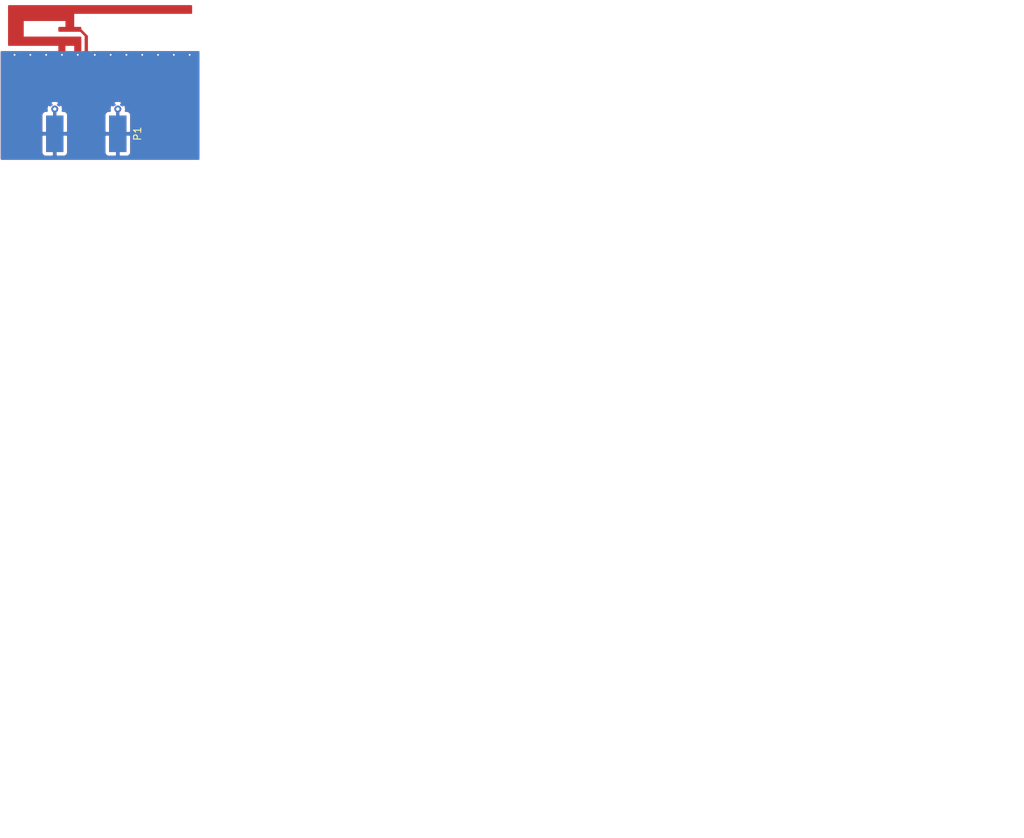
<source format=kicad_pcb>
(kicad_pcb (version 4) (host pcbnew 4.0.5)

  (general
    (links 10)
    (no_connects 2)
    (area 0 0 0 0)
    (thickness 1.6)
    (drawings 7)
    (tracks 12)
    (zones 0)
    (modules 1)
    (nets 2)
  )

  (page A4)
  (layers
    (0 F.Cu signal)
    (31 B.Cu signal)
    (32 B.Adhes user)
    (33 F.Adhes user)
    (34 B.Paste user)
    (35 F.Paste user)
    (36 B.SilkS user)
    (37 F.SilkS user)
    (38 B.Mask user)
    (39 F.Mask user)
    (40 Dwgs.User user)
    (41 Cmts.User user)
    (42 Eco1.User user hide)
    (43 Eco2.User user hide)
    (44 Edge.Cuts user)
    (45 Margin user)
    (46 B.CrtYd user)
    (47 F.CrtYd user)
    (48 B.Fab user)
    (49 F.Fab user)
  )

  (setup
    (last_trace_width 0.254)
    (trace_clearance 0.254)
    (zone_clearance 0.508)
    (zone_45_only yes)
    (trace_min 0.127)
    (segment_width 0.2)
    (edge_width 1.9812)
    (via_size 0.3556)
    (via_drill 0.254)
    (via_min_size 0.254)
    (via_min_drill 0.254)
    (uvia_size 0.2032)
    (uvia_drill 0.1524)
    (uvias_allowed no)
    (uvia_min_size 0.2032)
    (uvia_min_drill 0.1524)
    (pcb_text_width 0.3)
    (pcb_text_size 1.5 1.5)
    (mod_edge_width 0.15)
    (mod_text_size 1 1)
    (mod_text_width 0.15)
    (pad_size 5.08 2.29)
    (pad_drill 0.6)
    (pad_to_mask_clearance 0.2)
    (aux_axis_origin 130.429 100.2284)
    (grid_origin 130.429 100.2284)
    (visible_elements 7FFFFFFF)
    (pcbplotparams
      (layerselection 0x030f0_80000001)
      (usegerberextensions false)
      (excludeedgelayer true)
      (linewidth 0.127000)
      (plotframeref false)
      (viasonmask false)
      (mode 1)
      (useauxorigin true)
      (hpglpennumber 1)
      (hpglpenspeed 20)
      (hpglpendiameter 15)
      (hpglpenoverlay 2)
      (psnegative false)
      (psa4output false)
      (plotreference true)
      (plotvalue true)
      (plotinvisibletext false)
      (padsonsilk false)
      (subtractmaskfromsilk false)
      (outputformat 1)
      (mirror false)
      (drillshape 0)
      (scaleselection 1)
      (outputdirectory ""))
  )

  (net 0 "")
  (net 1 GND)

  (net_class Default "This is the default net class."
    (clearance 0.254)
    (trace_width 0.254)
    (via_dia 0.3556)
    (via_drill 0.254)
    (uvia_dia 0.2032)
    (uvia_drill 0.1524)
    (add_net GND)
  )

  (module Connectors_Molex:Molex_SMA_Jack_Edge_Mount (layer F.Cu) (tedit 58AB8E5D) (tstamp 58AA3CD6)
    (at 142.3162 94.8944 90)
    (descr "Molex SMA Jack, Edge Mount, http://www.molex.com/pdm_docs/sd/732511150_sd.pdf")
    (tags "sma edge")
    (path /58AA3B9E)
    (attr smd)
    (fp_text reference P1 (at -1.72 7.11 90) (layer F.SilkS)
      (effects (font (size 1 1) (thickness 0.15)))
    )
    (fp_text value CONN_01X02 (at -1.72 -7.11 90) (layer F.Fab)
      (effects (font (size 1 1) (thickness 0.15)))
    )
    (fp_line (start -4.76 -0.38) (end 0.49 -0.38) (layer F.Fab) (width 0.1))
    (fp_line (start -4.76 0.38) (end 0.49 0.38) (layer F.Fab) (width 0.1))
    (fp_line (start 0.49 -0.38) (end 0.49 0.38) (layer F.Fab) (width 0.1))
    (fp_line (start 0.49 3.75) (end 0.49 4.76) (layer F.Fab) (width 0.1))
    (fp_line (start 0.49 -4.76) (end 0.49 -3.75) (layer F.Fab) (width 0.1))
    (fp_line (start -14.29 -6.09) (end -14.29 6.09) (layer F.CrtYd) (width 0.05))
    (fp_line (start -14.29 6.09) (end 2.71 6.09) (layer F.CrtYd) (width 0.05))
    (fp_line (start 2.71 -6.09) (end 2.71 6.09) (layer B.CrtYd) (width 0.05))
    (fp_line (start -14.29 -6.09) (end 2.71 -6.09) (layer B.CrtYd) (width 0.05))
    (fp_line (start -14.29 -6.09) (end -14.29 6.09) (layer B.CrtYd) (width 0.05))
    (fp_line (start -14.29 6.09) (end 2.71 6.09) (layer B.CrtYd) (width 0.05))
    (fp_line (start 2.71 -6.09) (end 2.71 6.09) (layer F.CrtYd) (width 0.05))
    (fp_line (start 2.71 -6.09) (end -14.29 -6.09) (layer F.CrtYd) (width 0.05))
    (fp_line (start -4.76 -3.75) (end 0.49 -3.75) (layer F.Fab) (width 0.1))
    (fp_line (start -4.76 3.75) (end 0.49 3.75) (layer F.Fab) (width 0.1))
    (fp_line (start -13.79 -2.65) (end -5.91 -2.65) (layer F.Fab) (width 0.1))
    (fp_line (start -13.79 -2.65) (end -13.79 2.65) (layer F.Fab) (width 0.1))
    (fp_line (start -13.79 2.65) (end -5.91 2.65) (layer F.Fab) (width 0.1))
    (fp_line (start -4.76 -3.75) (end -4.76 3.75) (layer F.Fab) (width 0.1))
    (fp_line (start 0.49 -4.76) (end -5.91 -4.76) (layer F.Fab) (width 0.1))
    (fp_line (start -5.91 -4.76) (end -5.91 4.76) (layer F.Fab) (width 0.1))
    (fp_line (start -5.91 4.76) (end 0.49 4.76) (layer F.Fab) (width 0.1))
    (pad 1 smd rect (at -1.72 0 90) (size 5.08 2.29) (layers F.Cu F.Paste F.Mask)
      (net 1 GND))
    (pad 2 smd rect (at -1.72 -4.38 90) (size 5.08 2.42) (layers F.Cu F.Paste F.Mask)
      (net 1 GND))
    (pad 2 smd rect (at -1.72 4.38 90) (size 5.08 2.42) (layers F.Cu F.Paste F.Mask)
      (net 1 GND))
    (pad 2 smd rect (at -1.72 -4.38 90) (size 5.08 2.42) (layers B.Cu B.Paste B.Mask)
      (net 1 GND))
    (pad 2 smd rect (at -1.72 4.38 90) (size 5.08 2.42) (layers B.Cu B.Paste B.Mask)
      (net 1 GND))
    (pad 2 thru_hole circle (at 1.72 -4.38 90) (size 0.97 0.97) (drill 0.46) (layers *.Cu)
      (net 1 GND))
    (pad 2 thru_hole circle (at 1.72 4.38 90) (size 0.97 0.97) (drill 0.46) (layers *.Cu)
      (net 1 GND))
    (pad 2 smd rect (at 1.27 -4.38 90) (size 0.89 0.46) (layers F.Cu)
      (net 1 GND))
    (pad 2 smd rect (at 1.27 4.38 90) (size 0.89 0.46) (layers F.Cu)
      (net 1 GND))
    (pad 2 smd rect (at 1.27 -4.38 90) (size 0.89 0.46) (layers B.Cu)
      (net 1 GND))
    (pad 2 smd rect (at 1.27 4.38 90) (size 0.89 0.46) (layers B.Cu)
      (net 1 GND))
  )

  (gr_line (start 158.0388 100.2284) (end 130.429 100.2284) (angle 90) (layer Margin) (width 0.2))
  (gr_line (start 158.0388 78.1304) (end 158.0388 100.2284) (angle 90) (layer Margin) (width 0.2))
  (gr_line (start 130.429 78.1304) (end 158.0388 78.1304) (angle 90) (layer Margin) (width 0.2))
  (gr_line (start 130.429 100.2284) (end 130.429 78.1304) (angle 90) (layer Margin) (width 0.2))
  (gr_text 0.1 (at 270.51 193.04) (layer Cmts.User)
    (effects (font (size 1.5 1.5) (thickness 0.3)))
  )
  (gr_text "February 19, 2017" (at 217.17 193.04) (layer Cmts.User)
    (effects (font (size 1.5 1.5) (thickness 0.3)))
  )
  (gr_text "Inverted F Antenna Test Board" (at 203.835 189.23) (layer Cmts.User)
    (effects (font (size 1.5 1.5) (thickness 0.3)))
  )

  (via (at 156.6799 85.6488) (size 0.3556) (drill 0.254) (layers F.Cu B.Cu) (net 1))
  (via (at 154.4828 85.6488) (size 0.3556) (drill 0.254) (layers F.Cu B.Cu) (net 1))
  (via (at 152.2857 85.6488) (size 0.3556) (drill 0.254) (layers F.Cu B.Cu) (net 1))
  (via (at 150.0886 85.6488) (size 0.3556) (drill 0.254) (layers F.Cu B.Cu) (net 1))
  (via (at 147.8915 85.6488) (size 0.3556) (drill 0.254) (layers F.Cu B.Cu) (net 1))
  (via (at 145.6944 85.6488) (size 0.3556) (drill 0.254) (layers F.Cu B.Cu) (net 1))
  (via (at 143.4973 85.6488) (size 0.3556) (drill 0.254) (layers F.Cu B.Cu) (net 1))
  (via (at 132.3467 85.6488) (size 0.3556) (drill 0.254) (layers F.Cu B.Cu) (net 1))
  (via (at 134.5438 85.6488) (size 0.3556) (drill 0.254) (layers F.Cu B.Cu) (net 1))
  (via (at 136.7409 85.6488) (size 0.3556) (drill 0.254) (layers F.Cu B.Cu) (net 1))
  (via (at 138.938 85.6488) (size 0.3556) (drill 0.254) (layers F.Cu B.Cu) (net 1))
  (via (at 141.1351 85.6488) (size 0.3556) (drill 0.254) (layers F.Cu B.Cu) (net 1))

  (zone (net 1) (net_name GND) (layer F.Cu) (tstamp 58AA42EA) (hatch edge 0.508)
    (connect_pads (clearance 0.254))
    (min_thickness 0.254)
    (fill yes (arc_segments 16) (thermal_gap 0.508) (thermal_bridge_width 0.508))
    (polygon
      (pts
        (xy 130.429 85.1408) (xy 138.43 85.1408) (xy 138.43 84.4042) (xy 131.445 84.4042) (xy 131.445 78.74)
        (xy 157.0228 78.74) (xy 157.0228 79.9592) (xy 140.6398 79.9592) (xy 140.6398 81.7626) (xy 141.6304 81.7626)
        (xy 141.6304 82.0928) (xy 142.5448 83.0072) (xy 142.5448 85.1408) (xy 142.8496 85.1408) (xy 142.8496 94.4626)
        (xy 143.002 94.4626) (xy 143.002 85.1408) (xy 158.0388 85.1408) (xy 158.0388 100.2284) (xy 130.429 100.2284)
      )
    )
    (polygon
      (pts        (xy 133.6294 80.9498) (xy 133.6294 83.1088) (xy 141.6304 83.1088) (xy 141.6304 94.4626) (xy 141.7828 94.4626)
        (xy 141.7828 85.1408) (xy 142.0876 85.1408) (xy 142.0876 83.058) (xy 141.478 82.4484) (xy 138.43 82.4484)
        (xy 138.43 81.7626) (xy 139.4206 81.7626) (xy 139.4206 80.9498)
      )
    )
    (polygon
      (pts        (xy 139.4206 84.4042) (xy 139.4206 85.1408) (xy 140.6398 85.1408) (xy 140.6398 84.4042)
      )
    )
    (filled_polygon
      (pts
        (xy 156.8958 79.8322) (xy 140.6398 79.8322) (xy 140.59039 79.842206) (xy 140.548765 79.870647) (xy 140.521485 79.913041)
        (xy 140.5128 79.9592) (xy 140.5128 81.7626) (xy 140.522806 81.81201) (xy 140.551247 81.853635) (xy 140.593641 81.880915)
        (xy 140.6398 81.8896) (xy 141.5034 81.8896) (xy 141.5034 82.0928) (xy 141.513406 82.14221) (xy 141.540597 82.182603)
        (xy 142.4178 83.059806) (xy 142.4178 85.1408) (xy 142.427806 85.19021) (xy 142.456247 85.231835) (xy 142.498641 85.259115)
        (xy 142.5448 85.2678) (xy 142.7226 85.2678) (xy 142.7226 93.4394) (xy 142.60195 93.4394) (xy 142.4432 93.59815)
        (xy 142.4432 96.8248) (xy 142.1892 96.8248) (xy 142.1892 93.59815) (xy 142.03045 93.4394) (xy 141.9098 93.4394)
        (xy 141.9098 85.2678) (xy 142.0876 85.2678) (xy 142.13701 85.257794) (xy 142.178635 85.229353) (xy 142.205915 85.186959)
        (xy 142.2146 85.1408) (xy 142.2146 83.058) (xy 142.204594 83.00859) (xy 142.177403 82.968197) (xy 141.567803 82.358597)
        (xy 141.525789 82.330734) (xy 141.478 82.3214) (xy 138.557 82.3214) (xy 138.557 81.8896) (xy 139.4206 81.8896)
        (xy 139.47001 81.879594) (xy 139.511635 81.851153) (xy 139.538915 81.808759) (xy 139.5476 81.7626) (xy 139.5476 80.9498)
        (xy 139.537594 80.90039) (xy 139.509153 80.858765) (xy 139.466759 80.831485) (xy 139.4206 80.8228) (xy 133.6294 80.8228)
        (xy 133.57999 80.832806) (xy 133.538365 80.861247) (xy 133.511085 80.903641) (xy 133.5024 80.9498) (xy 133.5024 83.1088)
        (xy 133.512406 83.15821) (xy 133.540847 83.199835) (xy 133.583241 83.227115) (xy 133.6294 83.2358) (xy 141.5034 83.2358)
        (xy 141.5034 93.4394) (xy 141.04489 93.4394) (xy 140.811501 93.536073) (xy 140.632873 93.714702) (xy 140.5362 93.948091)
        (xy 140.5362 96.32865) (xy 140.5382 96.33065) (xy 140.5382 96.89815) (xy 140.5362 96.90015) (xy 140.5362 99.280709)
        (xy 140.632873 99.514098) (xy 140.811501 99.692727) (xy 141.04489 99.7894) (xy 142.03045 99.7894) (xy 142.04865 99.7712)
        (xy 142.58375 99.7712) (xy 142.60195 99.7894) (xy 143.58751 99.7894) (xy 143.820899 99.692727) (xy 143.999527 99.514098)
        (xy 144.0962 99.280709) (xy 144.0962 96.90015) (xy 144.8512 96.90015) (xy 144.8512 99.280709) (xy 144.947873 99.514098)
        (xy 145.126501 99.692727) (xy 145.35989 99.7894) (xy 146.41045 99.7894) (xy 146.5692 99.63065) (xy 146.5692 96.7414)
        (xy 146.8232 96.7414) (xy 146.8232 99.63065) (xy 146.98195 99.7894) (xy 148.03251 99.7894) (xy 148.265899 99.692727)
        (xy 148.444527 99.514098) (xy 148.5412 99.280709) (xy 148.5412 96.90015) (xy 148.38245 96.7414) (xy 146.8232 96.7414)
        (xy 146.5692 96.7414) (xy 145.00995 96.7414) (xy 144.8512 96.90015) (xy 144.0962 96.90015) (xy 144.0942 96.89815)
        (xy 144.0942 96.33065) (xy 144.0962 96.32865) (xy 144.0962 93.948091) (xy 144.8512 93.948091) (xy 144.8512 96.32865)
        (xy 145.00995 96.4874) (xy 146.5692 96.4874) (xy 146.5692 96.4674) (xy 146.8232 96.4674) (xy 146.8232 96.4874)
        (xy 148.38245 96.4874) (xy 148.5412 96.32865) (xy 148.5412 93.948091) (xy 148.444527 93.714702) (xy 148.265899 93.536073)
        (xy 148.03251 93.4394) (xy 147.788329 93.4394) (xy 147.829349 93.315836) (xy 147.797218 92.871432) (xy 147.688968 92.610092)
        (xy 147.4754 92.574805) (xy 147.347515 92.70269) (xy 147.285899 92.641073) (xy 147.119038 92.571957) (xy 147.295795 92.3952)
        (xy 147.260508 92.181632) (xy 146.837636 92.041251) (xy 146.393232 92.073382) (xy 146.131892 92.181632) (xy 146.096605 92.3952)
        (xy 146.273362 92.571957) (xy 146.106501 92.641073) (xy 146.044885 92.70269) (xy 145.917 92.574805) (xy 145.703432 92.610092)
        (xy 145.563051 93.032964) (xy 145.592437 93.4394) (xy 145.35989 93.4394) (xy 145.126501 93.536073) (xy 144.947873 93.714702)
        (xy 144.8512 93.948091) (xy 144.0962 93.948091) (xy 143.999527 93.714702) (xy 143.820899 93.536073) (xy 143.58751 93.4394)
        (xy 143.129 93.4394) (xy 143.129 85.2678) (xy 157.9118 85.2678) (xy 157.9118 100.1014) (xy 130.556 100.1014)
        (xy 130.556 96.90015) (xy 136.0912 96.90015) (xy 136.0912 99.280709) (xy 136.187873 99.514098) (xy 136.366501 99.692727)
        (xy 136.59989 99.7894) (xy 137.65045 99.7894) (xy 137.8092 99.63065) (xy 137.8092 96.7414) (xy 138.0632 96.7414)
        (xy 138.0632 99.63065) (xy 138.22195 99.7894) (xy 139.27251 99.7894) (xy 139.505899 99.692727) (xy 139.684527 99.514098)
        (xy 139.7812 99.280709) (xy 139.7812 96.90015) (xy 139.62245 96.7414) (xy 138.0632 96.7414) (xy 137.8092 96.7414)
        (xy 136.24995 96.7414) (xy 136.0912 96.90015) (xy 130.556 96.90015) (xy 130.556 93.948091) (xy 136.0912 93.948091)
        (xy 136.0912 96.32865) (xy 136.24995 96.4874) (xy 137.8092 96.4874) (xy 137.8092 96.4674) (xy 138.0632 96.4674)
        (xy 138.0632 96.4874) (xy 139.62245 96.4874) (xy 139.7812 96.32865) (xy 139.7812 93.948091) (xy 139.684527 93.714702)
        (xy 139.505899 93.536073) (xy 139.27251 93.4394) (xy 139.028329 93.4394) (xy 139.069349 93.315836) (xy 139.037218 92.871432)
        (xy 138.928968 92.610092) (xy 138.7154 92.574805) (xy 138.587515 92.70269) (xy 138.525899 92.641073) (xy 138.359038 92.571957)
        (xy 138.535795 92.3952) (xy 138.500508 92.181632) (xy 138.077636 92.041251) (xy 137.633232 92.073382) (xy 137.371892 92.181632)
        (xy 137.336605 92.3952) (xy 137.513362 92.571957) (xy 137.346501 92.641073) (xy 137.284885 92.70269) (xy 137.157 92.574805)
        (xy 136.943432 92.610092) (xy 136.803051 93.032964) (xy 136.832437 93.4394) (xy 136.59989 93.4394) (xy 136.366501 93.536073)
        (xy 136.187873 93.714702) (xy 136.0912 93.948091) (xy 130.556 93.948091) (xy 130.556 85.2678) (xy 138.43 85.2678)
        (xy 138.47941 85.257794) (xy 138.521035 85.229353) (xy 138.548315 85.186959) (xy 138.557 85.1408) (xy 138.557 84.4042)
        (xy 139.2936 84.4042) (xy 139.2936 85.1408) (xy 139.303606 85.19021) (xy 139.332047 85.231835) (xy 139.374441 85.259115)
        (xy 139.4206 85.2678) (xy 140.6398 85.2678) (xy 140.68921 85.257794) (xy 140.730835 85.229353) (xy 140.758115 85.186959)
        (xy 140.7668 85.1408) (xy 140.7668 84.4042) (xy 140.756794 84.35479) (xy 140.728353 84.313165) (xy 140.685959 84.285885)
        (xy 140.6398 84.2772) (xy 139.4206 84.2772) (xy 139.37119 84.287206) (xy 139.329565 84.315647) (xy 139.302285 84.358041)
        (xy 139.2936 84.4042) (xy 138.557 84.4042) (xy 138.546994 84.35479) (xy 138.518553 84.313165) (xy 138.476159 84.285885)
        (xy 138.43 84.2772) (xy 131.572 84.2772) (xy 131.572 78.867) (xy 156.8958 78.867)
      )
    )
  )
  (zone (net 1) (net_name GND) (layer B.Cu) (tstamp 58AA42EA) (hatch edge 0.508)
    (connect_pads (clearance 0.508))
    (min_thickness 0.254)
    (fill yes (arc_segments 16) (thermal_gap 0.508) (thermal_bridge_width 0.508))
    (polygon
      (pts
        (xy 158.0388 100.2284) (xy 130.429 100.2284) (xy 130.429 85.1408) (xy 158.0388 85.1408)
      )
    )
    (filled_polygon
      (pts
        (xy 157.9118 100.1014) (xy 130.556 100.1014) (xy 130.556 96.90015) (xy 136.0912 96.90015) (xy 136.0912 99.280709)
        (xy 136.187873 99.514098) (xy 136.366501 99.692727) (xy 136.59989 99.7894) (xy 137.65045 99.7894) (xy 137.8092 99.63065)
        (xy 137.8092 96.7414) (xy 138.0632 96.7414) (xy 138.0632 99.63065) (xy 138.22195 99.7894) (xy 139.27251 99.7894)
        (xy 139.505899 99.692727) (xy 139.684527 99.514098) (xy 139.7812 99.280709) (xy 139.7812 96.90015) (xy 144.8512 96.90015)
        (xy 144.8512 99.280709) (xy 144.947873 99.514098) (xy 145.126501 99.692727) (xy 145.35989 99.7894) (xy 146.41045 99.7894)
        (xy 146.5692 99.63065) (xy 146.5692 96.7414) (xy 146.8232 96.7414) (xy 146.8232 99.63065) (xy 146.98195 99.7894)
        (xy 148.03251 99.7894) (xy 148.265899 99.692727) (xy 148.444527 99.514098) (xy 148.5412 99.280709) (xy 148.5412 96.90015)
        (xy 148.38245 96.7414) (xy 146.8232 96.7414) (xy 146.5692 96.7414) (xy 145.00995 96.7414) (xy 144.8512 96.90015)
        (xy 139.7812 96.90015) (xy 139.62245 96.7414) (xy 138.0632 96.7414) (xy 137.8092 96.7414) (xy 136.24995 96.7414)
        (xy 136.0912 96.90015) (xy 130.556 96.90015) (xy 130.556 93.948091) (xy 136.0912 93.948091) (xy 136.0912 96.32865)
        (xy 136.24995 96.4874) (xy 137.8092 96.4874) (xy 137.8092 96.4674) (xy 138.0632 96.4674) (xy 138.0632 96.4874)
        (xy 139.62245 96.4874) (xy 139.7812 96.32865) (xy 139.7812 93.948091) (xy 144.8512 93.948091) (xy 144.8512 96.32865)
        (xy 145.00995 96.4874) (xy 146.5692 96.4874) (xy 146.5692 96.4674) (xy 146.8232 96.4674) (xy 146.8232 96.4874)
        (xy 148.38245 96.4874) (xy 148.5412 96.32865) (xy 148.5412 93.948091) (xy 148.444527 93.714702) (xy 148.265899 93.536073)
        (xy 148.03251 93.4394) (xy 147.788329 93.4394) (xy 147.829349 93.315836) (xy 147.797218 92.871432) (xy 147.688968 92.610092)
        (xy 147.4754 92.574805) (xy 147.347515 92.70269) (xy 147.285899 92.641073) (xy 147.119038 92.571957) (xy 147.295795 92.3952)
        (xy 147.260508 92.181632) (xy 146.837636 92.041251) (xy 146.393232 92.073382) (xy 146.131892 92.181632) (xy 146.096605 92.3952)
        (xy 146.273362 92.571957) (xy 146.106501 92.641073) (xy 146.044885 92.70269) (xy 145.917 92.574805) (xy 145.703432 92.610092)
        (xy 145.563051 93.032964) (xy 145.592437 93.4394) (xy 145.35989 93.4394) (xy 145.126501 93.536073) (xy 144.947873 93.714702)
        (xy 144.8512 93.948091) (xy 139.7812 93.948091) (xy 139.684527 93.714702) (xy 139.505899 93.536073) (xy 139.27251 93.4394)
        (xy 139.028329 93.4394) (xy 139.069349 93.315836) (xy 139.037218 92.871432) (xy 138.928968 92.610092) (xy 138.7154 92.574805)
        (xy 138.587515 92.70269) (xy 138.525899 92.641073) (xy 138.359038 92.571957) (xy 138.535795 92.3952) (xy 138.500508 92.181632)
        (xy 138.077636 92.041251) (xy 137.633232 92.073382) (xy 137.371892 92.181632) (xy 137.336605 92.3952) (xy 137.513362 92.571957)
        (xy 137.346501 92.641073) (xy 137.284885 92.70269) (xy 137.157 92.574805) (xy 136.943432 92.610092) (xy 136.803051 93.032964)
        (xy 136.832437 93.4394) (xy 136.59989 93.4394) (xy 136.366501 93.536073) (xy 136.187873 93.714702) (xy 136.0912 93.948091)
        (xy 130.556 93.948091) (xy 130.556 85.2678) (xy 157.9118 85.2678)
      )
    )
  )
  (zone (net 0) (net_name "") (layer F.Cu) (tstamp 58AB8ECE) (hatch edge 0.508)
    (connect_pads (clearance 0.508))
    (min_thickness 0.254)
    (keepout (tracks not_allowed) (vias not_allowed) (copperpour not_allowed))
    (fill (arc_segments 16) (thermal_gap 0.508) (thermal_bridge_width 0.508))
    (polygon
      (pts
        (xy 142.0622 96.9518) (xy 142.5702 96.9518) (xy 142.5702 96.266) (xy 143.9672 96.266) (xy 143.9672 96.9518)
        (xy 142.6464 96.9518) (xy 142.6464 99.6442) (xy 141.986 99.6442) (xy 141.986 96.9518) (xy 140.6652 96.9518)
        (xy 140.6652 96.266) (xy 142.0622 96.266)
      )
    )
  )
)

</source>
